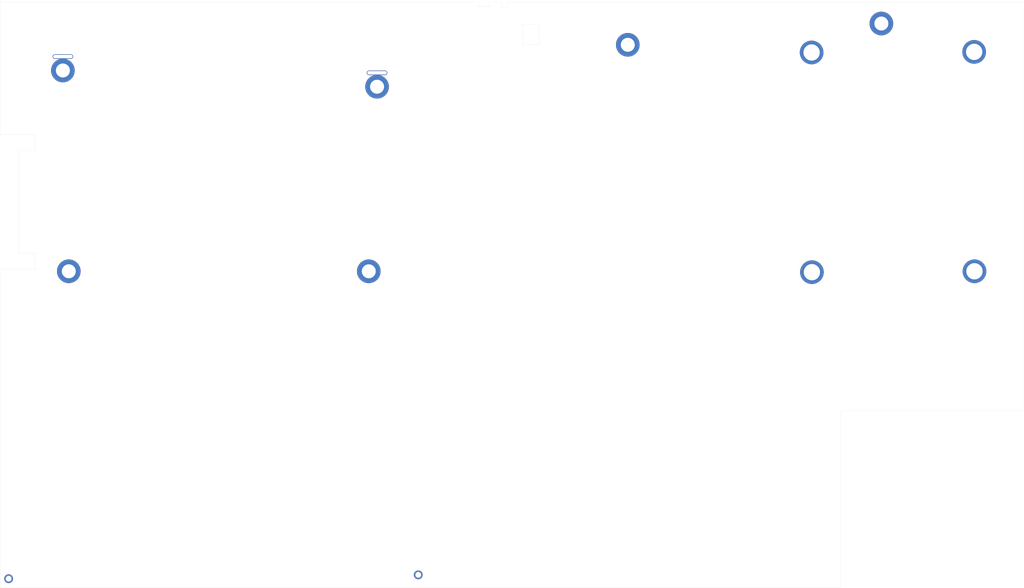
<source format=kicad_pcb>
(kicad_pcb (version 20171130) (host pcbnew 5.1.10-88a1d61d58~88~ubuntu18.04.1)
  (layers (0 F.Cu signal) (31 B.Cu signal) (34 B.Paste user) (35 F.Paste user) (36 B.SilkS user) (37 F.SilkS user) (38 B.Mask user) (39 F.Mask user) (44 Edge.Cuts user))
  (net 0 "")
  (module atari-motherboard-holes-ste:hole_K (layer F.Cu) (at 85.979 323.7484)
    (fp_text reference REF** hide)
    (fp_text value hole_K)
    (pad "" thru_hole circle (at 0 0) (size 3.81 3.81) (drill 2.4638) (layers *.Cu *.Mask))
  )
  (module atari-motherboard-holes-ste:hole_K (layer F.Cu) (at 262.001 322.0974)
    (fp_text reference REF** hide)
    (fp_text value hole_K)
    (pad "" thru_hole circle (at 0 0) (size 3.81 3.81) (drill 2.4638) (layers *.Cu *.Mask))
  )
  (module atari-motherboard-holes-ste:hole_S (layer F.Cu) (at 412.75 317.9064)
    (fp_text reference REF** hide)
    (fp_text value hole_S)
    (pad "" np_thru_hole circle (at 0 0) (size 4.191 4.191) (drill 4.191) (layers *.Cu *.Mask))
  )
  (module atari-motherboard-holes-ste:hole_U (layer F.Cu) (at 461.01 84.9884)
    (fp_text reference REF** hide)
    (fp_text value hole_U)
    (pad "" thru_hole circle (at 0 0) (size 10.16 10.16) (drill 6.0198) (layers *.Cu *.Mask))
  )
  (module atari-motherboard-holes-ste:hole_V (layer F.Cu) (at 501.015 191.5414)
    (fp_text reference REF** hide)
    (fp_text value hole_V)
    (pad "" thru_hole circle (at 0 0) (size 10.16 10.16) (drill 7.0104) (layers *.Cu *.Mask))
  )
  (module atari-motherboard-holes-ste:hole_V (layer F.Cu) (at 431.165 191.9224)
    (fp_text reference REF** hide)
    (fp_text value hole_V)
    (pad "" thru_hole circle (at 0 0) (size 10.16 10.16) (drill 7.0104) (layers *.Cu *.Mask))
  )
  (module atari-motherboard-holes-ste:hole_V (layer F.Cu) (at 500.888 97.1804)
    (fp_text reference REF** hide)
    (fp_text value hole_V)
    (pad "" thru_hole circle (at 0 0) (size 10.16 10.16) (drill 7.0104) (layers *.Cu *.Mask))
  )
  (module atari-motherboard-holes-ste:hole_V (layer F.Cu) (at 431.038 97.4344)
    (fp_text reference REF** hide)
    (fp_text value hole_V)
    (pad "" thru_hole circle (at 0 0) (size 10.16 10.16) (drill 7.0104) (layers *.Cu *.Mask))
  )
  (module atari-motherboard-holes-ste:hole_U (layer F.Cu) (at 352.044 94.1324)
    (fp_text reference REF** hide)
    (fp_text value hole_U)
    (pad "" thru_hole circle (at 0 0) (size 10.16 10.16) (drill 6.0198) (layers *.Cu *.Mask))
  )
  (module atari-motherboard-holes-ste:hole_U (layer F.Cu) (at 240.7412 191.5414)
    (fp_text reference REF** hide)
    (fp_text value hole_U)
    (pad "" thru_hole circle (at 0 0) (size 10.16 10.16) (drill 6.0198) (layers *.Cu *.Mask))
  )
  (module atari-motherboard-holes-ste:hole_U (layer F.Cu) (at 109.2962 105.1814)
    (fp_text reference REF** hide)
    (fp_text value hole_U)
    (pad "" thru_hole circle (at 0 0) (size 10.16 10.16) (drill 6.0198) (layers *.Cu *.Mask))
  )
  (module atari-motherboard-holes-ste:hole_U (layer F.Cu) (at 111.8362 191.5414)
    (fp_text reference REF** hide)
    (fp_text value hole_U)
    (pad "" thru_hole circle (at 0 0) (size 10.16 10.16) (drill 6.0198) (layers *.Cu *.Mask))
  )
  (module atari-motherboard-holes-ste:hole_U (layer F.Cu) (at 244.2972 112.1664)
    (fp_text reference REF** hide)
    (fp_text value hole_U)
    (pad "" thru_hole circle (at 0 0) (size 10.16 10.16) (drill 6.0198) (layers *.Cu *.Mask))
  )
  (module atari-motherboard-holes-ste:hole_E (layer F.Cu) (at 244.2972 106.1974)
    (fp_text reference REF** hide)
    (fp_text value hole_E)
    (pad "" thru_hole oval (at 0 0) (size 8.8138 1.905) (drill oval 8.3058 1.397) (layers *.Cu *.Mask))
  )
  (module atari-motherboard-holes-ste:hole_E (layer F.Cu) (at 109.2962 99.2124)
    (fp_text reference REF** hide)
    (fp_text value hole_E)
    (pad "" thru_hole oval (at 0 0) (size 8.8138 1.905) (drill oval 8.3058 1.397) (layers *.Cu *.Mask))
  )
  (module atari-motherboard-holes-ste:hole_Q (layer F.Cu) (at 437.2864 321.691 90)
    (fp_text reference REF** hide)
    (fp_text value hole_Q)
    (pad "" np_thru_hole oval (at 0 0 90) (size 3.5306 5.9944) (drill oval 3.5306 5.9944) (layers *.Cu *.Mask))
  )
  (module atari-motherboard-holes-ste:hole_X (layer F.Cu) (at 302.26 252.6792)
    (fp_text reference REF** hide)
    (fp_text value hole_X)
    (pad "" np_thru_hole oval (at 0 0) (size 8.001 16.002) (drill oval 8.001 16.002) (layers *.Cu *.Mask))
  )
  (module pcb-masks:silkscreen (layer F.Cu) (at 302.26 201.7014)
    (fp_text reference G*** hide)
    (fp_text value LOGO hide)
  )
  (module pcb-masks:soldermask-componentside (layer F.Cu) (at 302.26 201.1934)
    (fp_text reference G*** hide)
    (fp_text value LOGO hide)
  )
  (gr_line (start 306.9844 85.1916) (end 306.9844 94.1832) (layer Edge.Cuts) (width 0.05))
  (gr_line (start 306.9844 85.1916) (end 313.9948 85.1916) (layer Edge.Cuts) (width 0.05))
  (gr_line (start 313.9948 94.1832) (end 306.9844 94.1832) (layer Edge.Cuts) (width 0.05))
  (gr_line (start 313.9948 85.1916) (end 313.9948 94.1832) (layer Edge.Cuts) (width 0.05))
  (gr_line (start 288.036 75.7174) (end 82.296 75.7174) (layer Edge.Cuts) (width 0.05))
  (gr_line (start 300.482 75.7174) (end 522.3002 75.7174) (layer Edge.Cuts) (width 0.05))
  (gr_line (start 300.482 78.0796) (end 300.482 75.7174) (layer Edge.Cuts) (width 0.05))
  (gr_line (start 297.942 78.0796) (end 300.482 78.0796) (layer Edge.Cuts) (width 0.05))
  (gr_line (start 297.942 75.7174) (end 297.942 78.0796) (layer Edge.Cuts) (width 0.05))
  (gr_line (start 292.5572 75.7174) (end 297.942 75.7174) (layer Edge.Cuts) (width 0.05))
  (gr_line (start 292.5572 77.6732) (end 292.5572 75.7174) (layer Edge.Cuts) (width 0.05))
  (gr_line (start 288.036 77.6732) (end 292.5572 77.6732) (layer Edge.Cuts) (width 0.05))
  (gr_line (start 288.036 75.7174) (end 288.036 77.6732) (layer Edge.Cuts) (width 0.05))
  (gr_line (start 82.296 132.6896) (end 82.296 75.7174) (layer Edge.Cuts) (width 0.05))
  (gr_line (start 82.296 190.6778) (end 82.296 327.6854) (layer Edge.Cuts) (width 0.05))
  (gr_line (start 97.3074 132.6896) (end 82.296 132.6896) (layer Edge.Cuts) (width 0.05))
  (gr_line (start 97.3074 139.6746) (end 97.3074 132.6896) (layer Edge.Cuts) (width 0.05))
  (gr_line (start 90.297 139.6746) (end 97.3074 139.6746) (layer Edge.Cuts) (width 0.05))
  (gr_line (start 90.297 183.6674) (end 90.297 139.6746) (layer Edge.Cuts) (width 0.05))
  (gr_line (start 97.3074 183.6674) (end 90.297 183.6674) (layer Edge.Cuts) (width 0.05))
  (gr_line (start 97.3074 190.6778) (end 97.3074 183.6674) (layer Edge.Cuts) (width 0.05))
  (gr_line (start 82.296 190.6778) (end 97.3074 190.6778) (layer Edge.Cuts) (width 0.05))
  (gr_line (start 443.3062 327.6854) (end 82.296 327.6854) (layer Edge.Cuts) (width 0.05))
  (gr_line (start 522.3002 251.6886) (end 522.3002 75.7174) (layer Edge.Cuts) (width 0.05))
  (gr_line (start 443.3062 251.6886) (end 522.3002 251.6886) (layer Edge.Cuts) (width 0.05))
  (gr_line (start 443.3062 327.6854) (end 443.3062 251.6886) (layer Edge.Cuts) (width 0.05))
)
</source>
